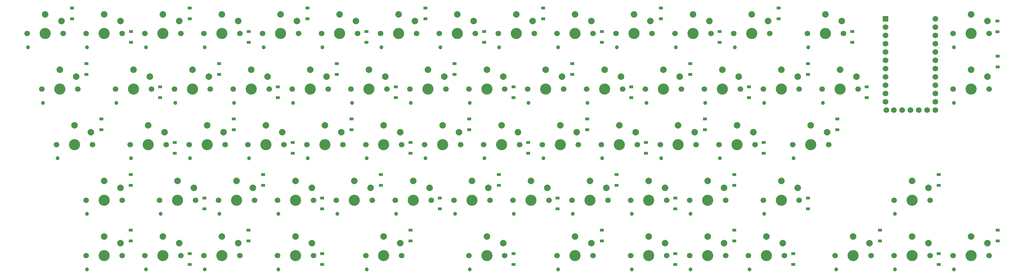
<source format=gbs>
%TF.GenerationSoftware,KiCad,Pcbnew,(6.0.1)*%
%TF.CreationDate,2022-02-09T02:20:10+01:00*%
%TF.ProjectId,choc660,63686f63-3636-4302-9e6b-696361645f70,rev?*%
%TF.SameCoordinates,Original*%
%TF.FileFunction,Soldermask,Bot*%
%TF.FilePolarity,Negative*%
%FSLAX46Y46*%
G04 Gerber Fmt 4.6, Leading zero omitted, Abs format (unit mm)*
G04 Created by KiCad (PCBNEW (6.0.1)) date 2022-02-09 02:20:10*
%MOMM*%
%LPD*%
G01*
G04 APERTURE LIST*
%ADD10C,1.200000*%
%ADD11C,1.700000*%
%ADD12C,3.400000*%
%ADD13C,2.000000*%
%ADD14R,1.752600X1.752600*%
%ADD15C,1.752600*%
%ADD16R,1.200000X0.900000*%
G04 APERTURE END LIST*
D10*
%TO.C,SW26*%
X152577500Y-103700000D03*
D11*
X152297500Y-99500000D03*
X163297500Y-99500000D03*
D12*
X157797500Y-99500000D03*
D13*
X162797500Y-95700000D03*
X157797500Y-93600000D03*
%TD*%
D12*
%TO.C,SW18*%
X135297500Y-133500000D03*
D11*
X140797500Y-133500000D03*
X129797500Y-133500000D03*
D10*
X130077500Y-137700000D03*
D13*
X140297500Y-129700000D03*
X135297500Y-127600000D03*
%TD*%
D12*
%TO.C,SW25*%
X171297500Y-167500000D03*
D10*
X166077500Y-171700000D03*
D11*
X176797500Y-167500000D03*
X165797500Y-167500000D03*
D13*
X176297500Y-163700000D03*
X171297500Y-161600000D03*
%TD*%
D12*
%TO.C,SW54*%
X270297500Y-150500000D03*
D11*
X275797500Y-150500000D03*
X264797500Y-150500000D03*
D10*
X265077500Y-154700000D03*
D13*
X275297500Y-146700000D03*
X270297500Y-144600000D03*
%TD*%
D10*
%TO.C,SW45*%
X265077500Y-171700000D03*
D12*
X270297500Y-167500000D03*
D11*
X275797500Y-167500000D03*
X264797500Y-167500000D03*
D13*
X275297500Y-163700000D03*
X270297500Y-161600000D03*
%TD*%
D11*
%TO.C,SW63*%
X307297500Y-133500000D03*
D12*
X301797500Y-133500000D03*
D10*
X296577500Y-137700000D03*
D11*
X296297500Y-133500000D03*
D13*
X306797500Y-129700000D03*
X301797500Y-127600000D03*
%TD*%
D11*
%TO.C,SW55*%
X320297500Y-167500000D03*
X309297500Y-167500000D03*
D12*
X314797500Y-167500000D03*
D10*
X309577500Y-171700000D03*
D13*
X319797500Y-163700000D03*
X314797500Y-161600000D03*
%TD*%
D11*
%TO.C,SW35*%
X235297500Y-167500000D03*
D10*
X224577500Y-171700000D03*
D12*
X229797500Y-167500000D03*
D11*
X224297500Y-167500000D03*
D13*
X234797500Y-163700000D03*
X229797500Y-161600000D03*
%TD*%
D11*
%TO.C,SW61*%
X278297500Y-99500000D03*
D12*
X283797500Y-99500000D03*
D11*
X289297500Y-99500000D03*
D10*
X278577500Y-103700000D03*
D13*
X288797500Y-95700000D03*
X283797500Y-93600000D03*
%TD*%
D12*
%TO.C,SW64*%
X332797500Y-150500000D03*
D10*
X327577500Y-154700000D03*
D11*
X338297500Y-150500000D03*
X327297500Y-150500000D03*
D13*
X337797500Y-146700000D03*
X332797500Y-144600000D03*
%TD*%
D10*
%TO.C,SW11*%
X98577500Y-103700000D03*
D11*
X109297500Y-99500000D03*
D12*
X103797500Y-99500000D03*
D11*
X98297500Y-99500000D03*
D13*
X108797500Y-95700000D03*
X103797500Y-93600000D03*
%TD*%
D10*
%TO.C,SW49*%
X247077500Y-154700000D03*
D12*
X252297500Y-150500000D03*
D11*
X246797500Y-150500000D03*
X257797500Y-150500000D03*
D13*
X257297500Y-146700000D03*
X252297500Y-144600000D03*
%TD*%
D11*
%TO.C,SW19*%
X138797500Y-150500000D03*
X149797500Y-150500000D03*
D10*
X139077500Y-154700000D03*
D12*
X144297500Y-150500000D03*
D13*
X149297500Y-146700000D03*
X144297500Y-144600000D03*
%TD*%
D11*
%TO.C,SW31*%
X181297500Y-99500000D03*
X170297500Y-99500000D03*
D12*
X175797500Y-99500000D03*
D10*
X170577500Y-103700000D03*
D13*
X180797500Y-95700000D03*
X175797500Y-93600000D03*
%TD*%
D11*
%TO.C,SW17*%
X125297500Y-116500000D03*
X136297500Y-116500000D03*
D12*
X130797500Y-116500000D03*
D10*
X125577500Y-120700000D03*
D13*
X135797500Y-112700000D03*
X130797500Y-110600000D03*
%TD*%
D12*
%TO.C,SW16*%
X121797500Y-99500000D03*
D11*
X116297500Y-99500000D03*
X127297500Y-99500000D03*
D10*
X116577500Y-103700000D03*
D13*
X126797500Y-95700000D03*
X121797500Y-93600000D03*
%TD*%
D12*
%TO.C,SW66*%
X306297500Y-99500000D03*
D11*
X311797500Y-99500000D03*
D10*
X301077500Y-103700000D03*
D11*
X300797500Y-99500000D03*
D13*
X311297500Y-95700000D03*
X306297500Y-93600000D03*
%TD*%
D10*
%TO.C,SW32*%
X179577500Y-120700000D03*
D11*
X179297500Y-116500000D03*
D12*
X184797500Y-116500000D03*
D11*
X190297500Y-116500000D03*
D13*
X189797500Y-112700000D03*
X184797500Y-110600000D03*
%TD*%
D10*
%TO.C,SW62*%
X287577500Y-120700000D03*
D11*
X287297500Y-116500000D03*
X298297500Y-116500000D03*
D12*
X292797500Y-116500000D03*
D13*
X297797500Y-112700000D03*
X292797500Y-110600000D03*
%TD*%
D12*
%TO.C,SW47*%
X238797500Y-116500000D03*
D11*
X233297500Y-116500000D03*
X244297500Y-116500000D03*
D10*
X233577500Y-120700000D03*
D13*
X243797500Y-112700000D03*
X238797500Y-110600000D03*
%TD*%
D11*
%TO.C,SW34*%
X203797500Y-150500000D03*
D10*
X193077500Y-154700000D03*
D12*
X198297500Y-150500000D03*
D11*
X192797500Y-150500000D03*
D13*
X203297500Y-146700000D03*
X198297500Y-144600000D03*
%TD*%
D11*
%TO.C,SW52*%
X251297500Y-116500000D03*
D12*
X256797500Y-116500000D03*
D10*
X251577500Y-120700000D03*
D11*
X262297500Y-116500000D03*
D13*
X261797500Y-112700000D03*
X256797500Y-110600000D03*
%TD*%
D10*
%TO.C,SW20*%
X139077500Y-171700000D03*
D11*
X138797500Y-167500000D03*
D12*
X144297500Y-167500000D03*
D11*
X149797500Y-167500000D03*
D13*
X149297500Y-163700000D03*
X144297500Y-161600000D03*
%TD*%
D10*
%TO.C,SW38*%
X202077500Y-137700000D03*
D12*
X207297500Y-133500000D03*
D11*
X212797500Y-133500000D03*
X201797500Y-133500000D03*
D13*
X212297500Y-129700000D03*
X207297500Y-127600000D03*
%TD*%
D10*
%TO.C,SW56*%
X260577500Y-103700000D03*
D12*
X265797500Y-99500000D03*
D11*
X271297500Y-99500000D03*
X260297500Y-99500000D03*
D13*
X270797500Y-95700000D03*
X265797500Y-93600000D03*
%TD*%
D10*
%TO.C,SW2*%
X67077500Y-120700000D03*
D11*
X77797500Y-116500000D03*
X66797500Y-116500000D03*
D12*
X72297500Y-116500000D03*
D13*
X77297500Y-112700000D03*
X72297500Y-110600000D03*
%TD*%
D11*
%TO.C,SW43*%
X219797500Y-133500000D03*
D10*
X220077500Y-137700000D03*
D12*
X225297500Y-133500000D03*
D11*
X230797500Y-133500000D03*
D13*
X230297500Y-129700000D03*
X225297500Y-127600000D03*
%TD*%
D11*
%TO.C,SW7*%
X89297500Y-116500000D03*
D12*
X94797500Y-116500000D03*
D10*
X89577500Y-120700000D03*
D11*
X100297500Y-116500000D03*
D13*
X99797500Y-112700000D03*
X94797500Y-110600000D03*
%TD*%
D10*
%TO.C,SW12*%
X107577500Y-120700000D03*
D11*
X118297500Y-116500000D03*
X107297500Y-116500000D03*
D12*
X112797500Y-116500000D03*
D13*
X117797500Y-112700000D03*
X112797500Y-110600000D03*
%TD*%
D11*
%TO.C,SW58*%
X273797500Y-133500000D03*
D12*
X279297500Y-133500000D03*
D10*
X274077500Y-137700000D03*
D11*
X284797500Y-133500000D03*
D13*
X284297500Y-129700000D03*
X279297500Y-127600000D03*
%TD*%
D10*
%TO.C,SW22*%
X143577500Y-120700000D03*
D12*
X148797500Y-116500000D03*
D11*
X154297500Y-116500000D03*
X143297500Y-116500000D03*
D13*
X153797500Y-112700000D03*
X148797500Y-110600000D03*
%TD*%
D11*
%TO.C,SW1*%
X73297500Y-99500000D03*
D12*
X67797500Y-99500000D03*
D10*
X62577500Y-103700000D03*
D11*
X62297500Y-99500000D03*
D13*
X72797500Y-95700000D03*
X67797500Y-93600000D03*
%TD*%
D10*
%TO.C,SW10*%
X98577500Y-171700000D03*
D11*
X98297500Y-167500000D03*
D12*
X103797500Y-167500000D03*
D11*
X109297500Y-167500000D03*
D13*
X108797500Y-163700000D03*
X103797500Y-161600000D03*
%TD*%
D11*
%TO.C,SW24*%
X167797500Y-150500000D03*
D12*
X162297500Y-150500000D03*
D11*
X156797500Y-150500000D03*
D10*
X157077500Y-154700000D03*
D13*
X167297500Y-146700000D03*
X162297500Y-144600000D03*
%TD*%
D11*
%TO.C,SW30*%
X208297500Y-167500000D03*
X197297500Y-167500000D03*
D10*
X197577500Y-171700000D03*
D12*
X202797500Y-167500000D03*
D13*
X207797500Y-163700000D03*
X202797500Y-161600000D03*
%TD*%
D11*
%TO.C,SW67*%
X316297500Y-116500000D03*
X305297500Y-116500000D03*
D12*
X310797500Y-116500000D03*
D10*
X305577500Y-120700000D03*
D13*
X315797500Y-112700000D03*
X310797500Y-110600000D03*
%TD*%
D11*
%TO.C,SW44*%
X228797500Y-150500000D03*
D10*
X229077500Y-154700000D03*
D11*
X239797500Y-150500000D03*
D12*
X234297500Y-150500000D03*
D13*
X239297500Y-146700000D03*
X234297500Y-144600000D03*
%TD*%
D11*
%TO.C,SW50*%
X293797500Y-167500000D03*
D10*
X283077500Y-171700000D03*
D12*
X288297500Y-167500000D03*
D11*
X282797500Y-167500000D03*
D13*
X293297500Y-163700000D03*
X288297500Y-161600000D03*
%TD*%
D10*
%TO.C,SW29*%
X175077500Y-154700000D03*
D11*
X185797500Y-150500000D03*
X174797500Y-150500000D03*
D12*
X180297500Y-150500000D03*
D13*
X185297500Y-146700000D03*
X180297500Y-144600000D03*
%TD*%
D10*
%TO.C,SW28*%
X166077500Y-137700000D03*
D11*
X176797500Y-133500000D03*
D12*
X171297500Y-133500000D03*
D11*
X165797500Y-133500000D03*
D13*
X176297500Y-129700000D03*
X171297500Y-127600000D03*
%TD*%
D11*
%TO.C,SW40*%
X257797500Y-167500000D03*
X246797500Y-167500000D03*
D12*
X252297500Y-167500000D03*
D10*
X247077500Y-171700000D03*
D13*
X257297500Y-163700000D03*
X252297500Y-161600000D03*
%TD*%
D12*
%TO.C,SW13*%
X117297500Y-133500000D03*
D10*
X112077500Y-137700000D03*
D11*
X111797500Y-133500000D03*
X122797500Y-133500000D03*
D13*
X122297500Y-129700000D03*
X117297500Y-127600000D03*
%TD*%
D12*
%TO.C,SW68*%
X350797500Y-99500000D03*
D11*
X356297500Y-99500000D03*
D10*
X345577500Y-103700000D03*
D11*
X345297500Y-99500000D03*
D13*
X355797500Y-95700000D03*
X350797500Y-93600000D03*
%TD*%
D11*
%TO.C,SW59*%
X298297500Y-150500000D03*
D10*
X287577500Y-154700000D03*
D11*
X287297500Y-150500000D03*
D12*
X292797500Y-150500000D03*
D13*
X297797500Y-146700000D03*
X292797500Y-144600000D03*
%TD*%
D10*
%TO.C,SW37*%
X197577500Y-120700000D03*
D11*
X197297500Y-116500000D03*
D12*
X202797500Y-116500000D03*
D11*
X208297500Y-116500000D03*
D13*
X207797500Y-112700000D03*
X202797500Y-110600000D03*
%TD*%
D11*
%TO.C,SW3*%
X71297500Y-133500000D03*
D12*
X76797500Y-133500000D03*
D11*
X82297500Y-133500000D03*
D10*
X71577500Y-137700000D03*
D13*
X81797500Y-129700000D03*
X76797500Y-127600000D03*
%TD*%
D12*
%TO.C,SW53*%
X261297500Y-133500000D03*
D10*
X256077500Y-137700000D03*
D11*
X266797500Y-133500000D03*
X255797500Y-133500000D03*
D13*
X266297500Y-129700000D03*
X261297500Y-127600000D03*
%TD*%
D12*
%TO.C,SW60*%
X332797500Y-167500000D03*
D10*
X327577500Y-171700000D03*
D11*
X338297500Y-167500000D03*
X327297500Y-167500000D03*
D13*
X337797500Y-163700000D03*
X332797500Y-161600000D03*
%TD*%
D11*
%TO.C,SW6*%
X91297500Y-99500000D03*
X80297500Y-99500000D03*
D10*
X80577500Y-103700000D03*
D12*
X85797500Y-99500000D03*
D13*
X90797500Y-95700000D03*
X85797500Y-93600000D03*
%TD*%
D10*
%TO.C,SW51*%
X242577500Y-103700000D03*
D12*
X247797500Y-99500000D03*
D11*
X242297500Y-99500000D03*
X253297500Y-99500000D03*
D13*
X252797500Y-95700000D03*
X247797500Y-93600000D03*
%TD*%
D12*
%TO.C,SW46*%
X229797500Y-99500000D03*
D11*
X235297500Y-99500000D03*
D10*
X224577500Y-103700000D03*
D11*
X224297500Y-99500000D03*
D13*
X234797500Y-95700000D03*
X229797500Y-93600000D03*
%TD*%
D11*
%TO.C,SW57*%
X280297500Y-116500000D03*
X269297500Y-116500000D03*
D10*
X269577500Y-120700000D03*
D12*
X274797500Y-116500000D03*
D13*
X279797500Y-112700000D03*
X274797500Y-110600000D03*
%TD*%
D11*
%TO.C,SW33*%
X183797500Y-133500000D03*
D12*
X189297500Y-133500000D03*
D11*
X194797500Y-133500000D03*
D10*
X184077500Y-137700000D03*
D13*
X194297500Y-129700000D03*
X189297500Y-127600000D03*
%TD*%
D10*
%TO.C,SW42*%
X215577500Y-120700000D03*
D12*
X220797500Y-116500000D03*
D11*
X215297500Y-116500000D03*
X226297500Y-116500000D03*
D13*
X225797500Y-112700000D03*
X220797500Y-110600000D03*
%TD*%
D11*
%TO.C,SW27*%
X161297500Y-116500000D03*
D10*
X161577500Y-120700000D03*
D11*
X172297500Y-116500000D03*
D12*
X166797500Y-116500000D03*
D13*
X171797500Y-112700000D03*
X166797500Y-110600000D03*
%TD*%
D12*
%TO.C,SW36*%
X193797500Y-99500000D03*
D11*
X188297500Y-99500000D03*
X199297500Y-99500000D03*
D10*
X188577500Y-103700000D03*
D13*
X198797500Y-95700000D03*
X193797500Y-93600000D03*
%TD*%
D11*
%TO.C,SW5*%
X80297500Y-167500000D03*
D12*
X85797500Y-167500000D03*
D10*
X80577500Y-171700000D03*
D11*
X91297500Y-167500000D03*
D13*
X90797500Y-163700000D03*
X85797500Y-161600000D03*
%TD*%
D11*
%TO.C,SW14*%
X131797500Y-150500000D03*
X120797500Y-150500000D03*
D12*
X126297500Y-150500000D03*
D10*
X121077500Y-154700000D03*
D13*
X131297500Y-146700000D03*
X126297500Y-144600000D03*
%TD*%
D11*
%TO.C,SW8*%
X104797500Y-133500000D03*
D12*
X99297500Y-133500000D03*
D10*
X94077500Y-137700000D03*
D11*
X93797500Y-133500000D03*
D13*
X104297500Y-129700000D03*
X99297500Y-127600000D03*
%TD*%
D10*
%TO.C,SW48*%
X238077500Y-137700000D03*
D11*
X248797500Y-133500000D03*
X237797500Y-133500000D03*
D12*
X243297500Y-133500000D03*
D13*
X248297500Y-129700000D03*
X243297500Y-127600000D03*
%TD*%
D11*
%TO.C,SW9*%
X102797500Y-150500000D03*
D10*
X103077500Y-154700000D03*
D11*
X113797500Y-150500000D03*
D12*
X108297500Y-150500000D03*
D13*
X113297500Y-146700000D03*
X108297500Y-144600000D03*
%TD*%
D11*
%TO.C,SW69*%
X356297500Y-116500000D03*
X345297500Y-116500000D03*
D10*
X345577500Y-120700000D03*
D12*
X350797500Y-116500000D03*
D13*
X355797500Y-112700000D03*
X350797500Y-110600000D03*
%TD*%
D14*
%TO.C,U1*%
X324677500Y-95016750D03*
D15*
X324677500Y-97556750D03*
X324677500Y-100096750D03*
X324677500Y-102636750D03*
X324677500Y-105176750D03*
X324677500Y-107716750D03*
X324677500Y-110256750D03*
X324677500Y-112796750D03*
X324677500Y-115336750D03*
X324677500Y-117876750D03*
X324677500Y-120416750D03*
X324906100Y-122956750D03*
X339917500Y-122956750D03*
X339917500Y-120416750D03*
X339917500Y-117876750D03*
X339917500Y-115336750D03*
X339917500Y-112796750D03*
X339917500Y-110256750D03*
X339917500Y-107716750D03*
X339917500Y-105176750D03*
X339917500Y-102636750D03*
X339917500Y-100096750D03*
X339917500Y-97556750D03*
X339917500Y-95016750D03*
X327217500Y-122956750D03*
X329757500Y-122956750D03*
X332297500Y-122956750D03*
X334837500Y-122956750D03*
X337377500Y-122956750D03*
%TD*%
D12*
%TO.C,SW21*%
X139797500Y-99500000D03*
D11*
X145297500Y-99500000D03*
X134297500Y-99500000D03*
D10*
X134577500Y-103700000D03*
D13*
X144797500Y-95700000D03*
X139797500Y-93600000D03*
%TD*%
D11*
%TO.C,SW41*%
X206297500Y-99500000D03*
D10*
X206577500Y-103700000D03*
D11*
X217297500Y-99500000D03*
D12*
X211797500Y-99500000D03*
D13*
X216797500Y-95700000D03*
X211797500Y-93600000D03*
%TD*%
D12*
%TO.C,SW39*%
X216297500Y-150500000D03*
D11*
X210797500Y-150500000D03*
D10*
X211077500Y-154700000D03*
D11*
X221797500Y-150500000D03*
D13*
X221297500Y-146700000D03*
X216297500Y-144600000D03*
%TD*%
D11*
%TO.C,SW23*%
X147797500Y-133500000D03*
D10*
X148077500Y-137700000D03*
D12*
X153297500Y-133500000D03*
D11*
X158797500Y-133500000D03*
D13*
X158297500Y-129700000D03*
X153297500Y-127600000D03*
%TD*%
D12*
%TO.C,SW15*%
X121797500Y-167500000D03*
D10*
X116577500Y-171700000D03*
D11*
X116297500Y-167500000D03*
X127297500Y-167500000D03*
D13*
X126797500Y-163700000D03*
X121797500Y-161600000D03*
%TD*%
D10*
%TO.C,SW65*%
X345577500Y-171700000D03*
D11*
X356297500Y-167500000D03*
D12*
X350797500Y-167500000D03*
D11*
X345297500Y-167500000D03*
D13*
X355797500Y-163700000D03*
X350797500Y-161600000D03*
%TD*%
D11*
%TO.C,SW4*%
X80297500Y-150500000D03*
X91297500Y-150500000D03*
D10*
X80577500Y-154700000D03*
D12*
X85797500Y-150500000D03*
D13*
X90797500Y-146700000D03*
X85797500Y-144600000D03*
%TD*%
D16*
%TO.C,D64*%
X340950000Y-142650000D03*
X340950000Y-145950000D03*
%TD*%
%TO.C,D20*%
X152450000Y-170150000D03*
X152450000Y-166850000D03*
%TD*%
%TO.C,D58*%
X287450000Y-136150000D03*
X287450000Y-132850000D03*
%TD*%
%TO.C,D62*%
X300950000Y-108750000D03*
X300950000Y-112050000D03*
%TD*%
%TO.C,D30*%
X210950000Y-170150000D03*
X210950000Y-166850000D03*
%TD*%
%TO.C,D61*%
X292000000Y-91700000D03*
X292000000Y-95000000D03*
%TD*%
%TO.C,D50*%
X296450000Y-170150000D03*
X296450000Y-166850000D03*
%TD*%
%TO.C,D51*%
X256000000Y-91700000D03*
X256000000Y-95000000D03*
%TD*%
%TO.C,D15*%
X129950000Y-159650000D03*
X129950000Y-162950000D03*
%TD*%
%TO.C,D9*%
X116450000Y-153150000D03*
X116450000Y-149850000D03*
%TD*%
%TO.C,D33*%
X197450000Y-125650000D03*
X197450000Y-128950000D03*
%TD*%
%TO.C,D27*%
X174950000Y-119150000D03*
X174950000Y-115850000D03*
%TD*%
%TO.C,D8*%
X107450000Y-136150000D03*
X107450000Y-132850000D03*
%TD*%
%TO.C,D43*%
X233450000Y-125650000D03*
X233450000Y-128950000D03*
%TD*%
%TO.C,D53*%
X269450000Y-125650000D03*
X269450000Y-128950000D03*
%TD*%
%TO.C,D44*%
X242450000Y-142650000D03*
X242450000Y-145950000D03*
%TD*%
%TO.C,D22*%
X156950000Y-108750000D03*
X156950000Y-112050000D03*
%TD*%
%TO.C,D4*%
X93950000Y-142650000D03*
X93950000Y-145950000D03*
%TD*%
%TO.C,D63*%
X309950000Y-125650000D03*
X309950000Y-128950000D03*
%TD*%
%TO.C,D25*%
X179450000Y-159650000D03*
X179450000Y-162950000D03*
%TD*%
%TO.C,D11*%
X112000000Y-91700000D03*
X112000000Y-95000000D03*
%TD*%
%TO.C,D69*%
X358950000Y-106450000D03*
X358950000Y-109750000D03*
%TD*%
%TO.C,D39*%
X224450000Y-153150000D03*
X224450000Y-149850000D03*
%TD*%
%TO.C,D57*%
X282950000Y-119150000D03*
X282950000Y-115850000D03*
%TD*%
%TO.C,D60*%
X340950000Y-170150000D03*
X340950000Y-166850000D03*
%TD*%
%TO.C,D65*%
X358950000Y-159650000D03*
X358950000Y-162950000D03*
%TD*%
%TO.C,D38*%
X215450000Y-136150000D03*
X215450000Y-132850000D03*
%TD*%
%TO.C,D29*%
X188450000Y-153150000D03*
X188450000Y-149850000D03*
%TD*%
%TO.C,D14*%
X134450000Y-142650000D03*
X134450000Y-145950000D03*
%TD*%
%TO.C,D17*%
X138950000Y-119150000D03*
X138950000Y-115850000D03*
%TD*%
%TO.C,D19*%
X152450000Y-153150000D03*
X152450000Y-149850000D03*
%TD*%
%TO.C,D35*%
X237950000Y-159650000D03*
X237950000Y-162950000D03*
%TD*%
%TO.C,D37*%
X210950000Y-119150000D03*
X210950000Y-115850000D03*
%TD*%
%TO.C,D1*%
X76000000Y-91700000D03*
X76000000Y-95000000D03*
%TD*%
%TO.C,D45*%
X278450000Y-159650000D03*
X278450000Y-162950000D03*
%TD*%
%TO.C,D56*%
X274000000Y-102200000D03*
X274000000Y-98900000D03*
%TD*%
%TO.C,D16*%
X130000000Y-102200000D03*
X130000000Y-98900000D03*
%TD*%
%TO.C,D52*%
X264950000Y-108750000D03*
X264950000Y-112050000D03*
%TD*%
%TO.C,D59*%
X300950000Y-153150000D03*
X300950000Y-149850000D03*
%TD*%
%TO.C,D5*%
X93950000Y-159650000D03*
X93950000Y-162950000D03*
%TD*%
%TO.C,D67*%
X318950000Y-119150000D03*
X318950000Y-115850000D03*
%TD*%
%TO.C,D23*%
X161450000Y-125650000D03*
X161450000Y-128950000D03*
%TD*%
%TO.C,D13*%
X125450000Y-125650000D03*
X125450000Y-128950000D03*
%TD*%
%TO.C,D28*%
X179450000Y-136150000D03*
X179450000Y-132850000D03*
%TD*%
%TO.C,D10*%
X111950000Y-170150000D03*
X111950000Y-166850000D03*
%TD*%
%TO.C,D46*%
X238000000Y-102200000D03*
X238000000Y-98900000D03*
%TD*%
%TO.C,D40*%
X260450000Y-170150000D03*
X260450000Y-166850000D03*
%TD*%
%TO.C,D47*%
X246950000Y-119150000D03*
X246950000Y-115850000D03*
%TD*%
%TO.C,D7*%
X102950000Y-119150000D03*
X102950000Y-115850000D03*
%TD*%
%TO.C,D18*%
X143450000Y-136150000D03*
X143450000Y-132850000D03*
%TD*%
%TO.C,D12*%
X120950000Y-108750000D03*
X120950000Y-112050000D03*
%TD*%
%TO.C,D49*%
X260450000Y-153150000D03*
X260450000Y-149850000D03*
%TD*%
%TO.C,D48*%
X251450000Y-136150000D03*
X251450000Y-132850000D03*
%TD*%
%TO.C,D41*%
X220000000Y-91700000D03*
X220000000Y-95000000D03*
%TD*%
%TO.C,D42*%
X228950000Y-108750000D03*
X228950000Y-112050000D03*
%TD*%
%TO.C,D21*%
X148000000Y-91700000D03*
X148000000Y-95000000D03*
%TD*%
%TO.C,D68*%
X358850000Y-99000000D03*
X358850000Y-95700000D03*
%TD*%
%TO.C,D32*%
X192950000Y-108750000D03*
X192950000Y-112050000D03*
%TD*%
%TO.C,D2*%
X80450000Y-108750000D03*
X80450000Y-112050000D03*
%TD*%
%TO.C,D36*%
X202000000Y-102200000D03*
X202000000Y-98900000D03*
%TD*%
%TO.C,D55*%
X322950000Y-159650000D03*
X322950000Y-162950000D03*
%TD*%
%TO.C,D31*%
X184000000Y-91700000D03*
X184000000Y-95000000D03*
%TD*%
%TO.C,D34*%
X206450000Y-142650000D03*
X206450000Y-145950000D03*
%TD*%
%TO.C,D3*%
X84950000Y-125650000D03*
X84950000Y-128950000D03*
%TD*%
%TO.C,D6*%
X94000000Y-102200000D03*
X94000000Y-98900000D03*
%TD*%
%TO.C,D66*%
X314500000Y-102200000D03*
X314500000Y-98900000D03*
%TD*%
%TO.C,D54*%
X278450000Y-142650000D03*
X278450000Y-145950000D03*
%TD*%
%TO.C,D24*%
X170450000Y-142650000D03*
X170450000Y-145950000D03*
%TD*%
%TO.C,D26*%
X166000000Y-102200000D03*
X166000000Y-98900000D03*
%TD*%
M02*

</source>
